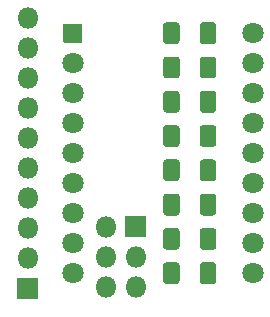
<source format=gts>
G04 #@! TF.GenerationSoftware,KiCad,Pcbnew,(5.1.10-1-10_14)*
G04 #@! TF.CreationDate,2021-12-19T23:04:46+01:00*
G04 #@! TF.ProjectId,7segment,37736567-6d65-46e7-942e-6b696361645f,rev?*
G04 #@! TF.SameCoordinates,Original*
G04 #@! TF.FileFunction,Soldermask,Top*
G04 #@! TF.FilePolarity,Negative*
%FSLAX46Y46*%
G04 Gerber Fmt 4.6, Leading zero omitted, Abs format (unit mm)*
G04 Created by KiCad (PCBNEW (5.1.10-1-10_14)) date 2021-12-19 23:04:46*
%MOMM*%
%LPD*%
G01*
G04 APERTURE LIST*
%ADD10O,1.801600X1.801600*%
%ADD11C,1.801600*%
G04 APERTURE END LIST*
D10*
X121920000Y-104140000D03*
X121920000Y-106680000D03*
X121920000Y-109220000D03*
X121920000Y-111760000D03*
X121920000Y-114300000D03*
X121920000Y-116840000D03*
X121920000Y-119380000D03*
X121920000Y-121920000D03*
X121920000Y-124460000D03*
G36*
G01*
X121019200Y-127850000D02*
X121019200Y-126150000D01*
G75*
G02*
X121070000Y-126099200I50800J0D01*
G01*
X122770000Y-126099200D01*
G75*
G02*
X122820800Y-126150000I0J-50800D01*
G01*
X122820800Y-127850000D01*
G75*
G02*
X122770000Y-127900800I-50800J0D01*
G01*
X121070000Y-127900800D01*
G75*
G02*
X121019200Y-127850000I0J50800D01*
G01*
G37*
G36*
G01*
X136485200Y-111871976D02*
X136485200Y-110559452D01*
G75*
G02*
X136754738Y-110289914I269538J0D01*
G01*
X137617262Y-110289914D01*
G75*
G02*
X137886800Y-110559452I0J-269538D01*
G01*
X137886800Y-111871976D01*
G75*
G02*
X137617262Y-112141514I-269538J0D01*
G01*
X136754738Y-112141514D01*
G75*
G02*
X136485200Y-111871976I0J269538D01*
G01*
G37*
G36*
G01*
X133385200Y-111871976D02*
X133385200Y-110559452D01*
G75*
G02*
X133654738Y-110289914I269538J0D01*
G01*
X134517262Y-110289914D01*
G75*
G02*
X134786800Y-110559452I0J-269538D01*
G01*
X134786800Y-111871976D01*
G75*
G02*
X134517262Y-112141514I-269538J0D01*
G01*
X133654738Y-112141514D01*
G75*
G02*
X133385200Y-111871976I0J269538D01*
G01*
G37*
G36*
G01*
X136485200Y-120580547D02*
X136485200Y-119268023D01*
G75*
G02*
X136754738Y-118998485I269538J0D01*
G01*
X137617262Y-118998485D01*
G75*
G02*
X137886800Y-119268023I0J-269538D01*
G01*
X137886800Y-120580547D01*
G75*
G02*
X137617262Y-120850085I-269538J0D01*
G01*
X136754738Y-120850085D01*
G75*
G02*
X136485200Y-120580547I0J269538D01*
G01*
G37*
G36*
G01*
X133385200Y-120580547D02*
X133385200Y-119268023D01*
G75*
G02*
X133654738Y-118998485I269538J0D01*
G01*
X134517262Y-118998485D01*
G75*
G02*
X134786800Y-119268023I0J-269538D01*
G01*
X134786800Y-120580547D01*
G75*
G02*
X134517262Y-120850085I-269538J0D01*
G01*
X133654738Y-120850085D01*
G75*
G02*
X133385200Y-120580547I0J269538D01*
G01*
G37*
G36*
G01*
X134786800Y-104753738D02*
X134786800Y-106066262D01*
G75*
G02*
X134517262Y-106335800I-269538J0D01*
G01*
X133654738Y-106335800D01*
G75*
G02*
X133385200Y-106066262I0J269538D01*
G01*
X133385200Y-104753738D01*
G75*
G02*
X133654738Y-104484200I269538J0D01*
G01*
X134517262Y-104484200D01*
G75*
G02*
X134786800Y-104753738I0J-269538D01*
G01*
G37*
G36*
G01*
X137886800Y-104753738D02*
X137886800Y-106066262D01*
G75*
G02*
X137617262Y-106335800I-269538J0D01*
G01*
X136754738Y-106335800D01*
G75*
G02*
X136485200Y-106066262I0J269538D01*
G01*
X136485200Y-104753738D01*
G75*
G02*
X136754738Y-104484200I269538J0D01*
G01*
X137617262Y-104484200D01*
G75*
G02*
X137886800Y-104753738I0J-269538D01*
G01*
G37*
G36*
G01*
X136485200Y-114774833D02*
X136485200Y-113462309D01*
G75*
G02*
X136754738Y-113192771I269538J0D01*
G01*
X137617262Y-113192771D01*
G75*
G02*
X137886800Y-113462309I0J-269538D01*
G01*
X137886800Y-114774833D01*
G75*
G02*
X137617262Y-115044371I-269538J0D01*
G01*
X136754738Y-115044371D01*
G75*
G02*
X136485200Y-114774833I0J269538D01*
G01*
G37*
G36*
G01*
X133385200Y-114774833D02*
X133385200Y-113462309D01*
G75*
G02*
X133654738Y-113192771I269538J0D01*
G01*
X134517262Y-113192771D01*
G75*
G02*
X134786800Y-113462309I0J-269538D01*
G01*
X134786800Y-114774833D01*
G75*
G02*
X134517262Y-115044371I-269538J0D01*
G01*
X133654738Y-115044371D01*
G75*
G02*
X133385200Y-114774833I0J269538D01*
G01*
G37*
G36*
G01*
X136485200Y-117677690D02*
X136485200Y-116365166D01*
G75*
G02*
X136754738Y-116095628I269538J0D01*
G01*
X137617262Y-116095628D01*
G75*
G02*
X137886800Y-116365166I0J-269538D01*
G01*
X137886800Y-117677690D01*
G75*
G02*
X137617262Y-117947228I-269538J0D01*
G01*
X136754738Y-117947228D01*
G75*
G02*
X136485200Y-117677690I0J269538D01*
G01*
G37*
G36*
G01*
X133385200Y-117677690D02*
X133385200Y-116365166D01*
G75*
G02*
X133654738Y-116095628I269538J0D01*
G01*
X134517262Y-116095628D01*
G75*
G02*
X134786800Y-116365166I0J-269538D01*
G01*
X134786800Y-117677690D01*
G75*
G02*
X134517262Y-117947228I-269538J0D01*
G01*
X133654738Y-117947228D01*
G75*
G02*
X133385200Y-117677690I0J269538D01*
G01*
G37*
G36*
G01*
X136485200Y-108969119D02*
X136485200Y-107656595D01*
G75*
G02*
X136754738Y-107387057I269538J0D01*
G01*
X137617262Y-107387057D01*
G75*
G02*
X137886800Y-107656595I0J-269538D01*
G01*
X137886800Y-108969119D01*
G75*
G02*
X137617262Y-109238657I-269538J0D01*
G01*
X136754738Y-109238657D01*
G75*
G02*
X136485200Y-108969119I0J269538D01*
G01*
G37*
G36*
G01*
X133385200Y-108969119D02*
X133385200Y-107656595D01*
G75*
G02*
X133654738Y-107387057I269538J0D01*
G01*
X134517262Y-107387057D01*
G75*
G02*
X134786800Y-107656595I0J-269538D01*
G01*
X134786800Y-108969119D01*
G75*
G02*
X134517262Y-109238657I-269538J0D01*
G01*
X133654738Y-109238657D01*
G75*
G02*
X133385200Y-108969119I0J269538D01*
G01*
G37*
G36*
G01*
X134786800Y-125073738D02*
X134786800Y-126386262D01*
G75*
G02*
X134517262Y-126655800I-269538J0D01*
G01*
X133654738Y-126655800D01*
G75*
G02*
X133385200Y-126386262I0J269538D01*
G01*
X133385200Y-125073738D01*
G75*
G02*
X133654738Y-124804200I269538J0D01*
G01*
X134517262Y-124804200D01*
G75*
G02*
X134786800Y-125073738I0J-269538D01*
G01*
G37*
G36*
G01*
X137886800Y-125073738D02*
X137886800Y-126386262D01*
G75*
G02*
X137617262Y-126655800I-269538J0D01*
G01*
X136754738Y-126655800D01*
G75*
G02*
X136485200Y-126386262I0J269538D01*
G01*
X136485200Y-125073738D01*
G75*
G02*
X136754738Y-124804200I269538J0D01*
G01*
X137617262Y-124804200D01*
G75*
G02*
X137886800Y-125073738I0J-269538D01*
G01*
G37*
G36*
G01*
X134786800Y-122170880D02*
X134786800Y-123483404D01*
G75*
G02*
X134517262Y-123752942I-269538J0D01*
G01*
X133654738Y-123752942D01*
G75*
G02*
X133385200Y-123483404I0J269538D01*
G01*
X133385200Y-122170880D01*
G75*
G02*
X133654738Y-121901342I269538J0D01*
G01*
X134517262Y-121901342D01*
G75*
G02*
X134786800Y-122170880I0J-269538D01*
G01*
G37*
G36*
G01*
X137886800Y-122170880D02*
X137886800Y-123483404D01*
G75*
G02*
X137617262Y-123752942I-269538J0D01*
G01*
X136754738Y-123752942D01*
G75*
G02*
X136485200Y-123483404I0J269538D01*
G01*
X136485200Y-122170880D01*
G75*
G02*
X136754738Y-121901342I269538J0D01*
G01*
X137617262Y-121901342D01*
G75*
G02*
X137886800Y-122170880I0J-269538D01*
G01*
G37*
X128524000Y-126873000D03*
X131064000Y-126873000D03*
X128524000Y-124333000D03*
X131064000Y-124333000D03*
X128524000Y-121793000D03*
G36*
G01*
X131964800Y-120943000D02*
X131964800Y-122643000D01*
G75*
G02*
X131914000Y-122693800I-50800J0D01*
G01*
X130214000Y-122693800D01*
G75*
G02*
X130163200Y-122643000I0J50800D01*
G01*
X130163200Y-120943000D01*
G75*
G02*
X130214000Y-120892200I50800J0D01*
G01*
X131914000Y-120892200D01*
G75*
G02*
X131964800Y-120943000I0J-50800D01*
G01*
G37*
D11*
X140970000Y-105410000D03*
X140970000Y-107950000D03*
X140970000Y-110490000D03*
X140970000Y-113030000D03*
X140970000Y-115570000D03*
X140970000Y-118110000D03*
X140970000Y-120650000D03*
X140970000Y-123190000D03*
X140970000Y-125730000D03*
X125730000Y-125730000D03*
X125730000Y-123190000D03*
X125730000Y-120650000D03*
X125730000Y-118110000D03*
X125730000Y-115570000D03*
X125730000Y-113030000D03*
X125730000Y-110490000D03*
X125730000Y-107950000D03*
G36*
G01*
X124929200Y-106160000D02*
X124929200Y-104660000D01*
G75*
G02*
X124980000Y-104609200I50800J0D01*
G01*
X126480000Y-104609200D01*
G75*
G02*
X126530800Y-104660000I0J-50800D01*
G01*
X126530800Y-106160000D01*
G75*
G02*
X126480000Y-106210800I-50800J0D01*
G01*
X124980000Y-106210800D01*
G75*
G02*
X124929200Y-106160000I0J50800D01*
G01*
G37*
M02*

</source>
